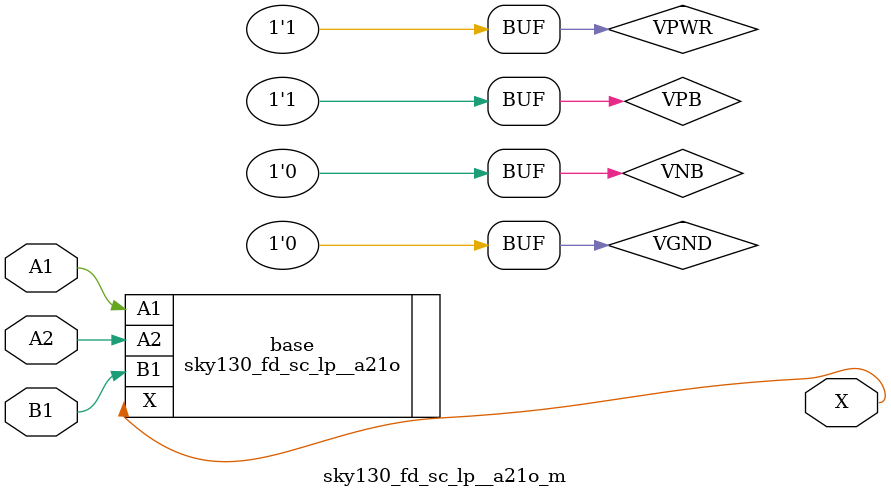
<source format=v>
module sky130_fd_sc_lp__a21o_m (
    X ,
    A1,
    A2,
    B1
);
    output X ;
    input  A1;
    input  A2;
    input  B1;
    // Voltage supply signals
    supply1 VPWR;
    supply0 VGND;
    supply1 VPB ;
    supply0 VNB ;
    sky130_fd_sc_lp__a21o base (
        .X(X),
        .A1(A1),
        .A2(A2),
        .B1(B1)
    );
endmodule
</source>
